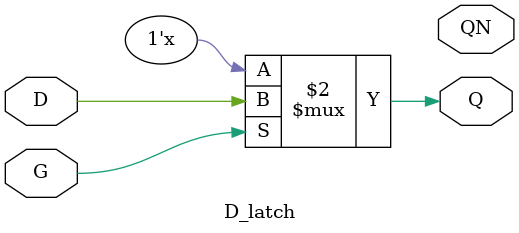
<source format=v>
`timescale 1ns / 1ps


module D_latch(
    input D,
    input G,
    output reg Q,
    output QN
    );
    //Gregory's version
    always @(G) begin
    if(G)
        Q<= D;
        
    end
    
    //Daniel's version
//    wire S, R, Q_int, Qn_int;
    
//    assign S = !(D & G);
//    assign R = !(!D & G);
    
//    assign #1 Q_int = ~(S & Qn_int);
//    assign #1 Qn_int = ~(R & Q_int);
//    assign Q = Q_int;
//    assign Qn = Qn_int;
    
//    endmodule
endmodule

</source>
